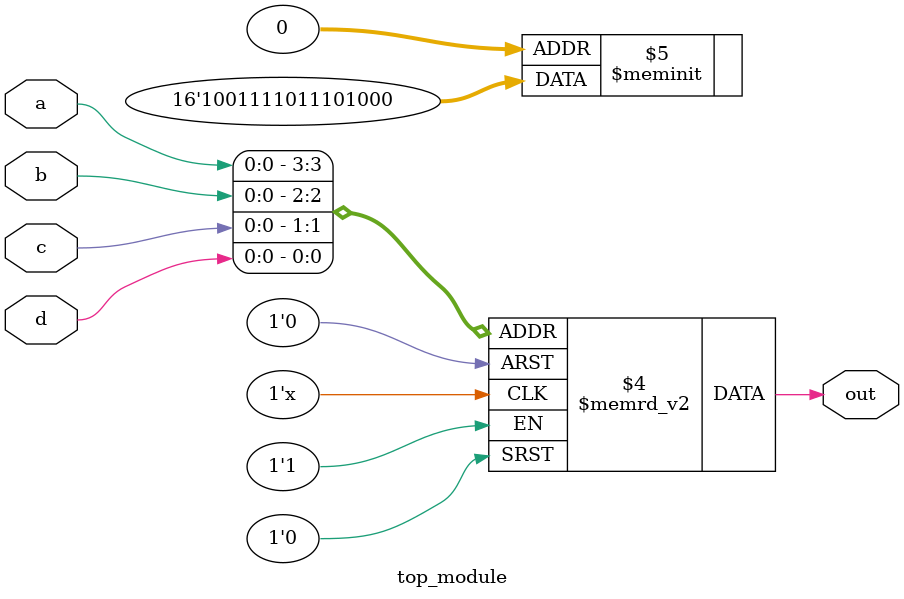
<source format=sv>
module top_module (
    input a, 
    input b,
    input c,
    input d,
    output reg out
);

always @(*) begin
    case ({a, b, c, d})
        4'b0000: out = 0;
        4'b0001: out = 0;
        4'b0010: out = 0;
        4'b0011: out = 1;
        4'b0100: out = 0;
        4'b0101: out = 1;
        4'b0110: out = 1;
        4'b0111: out = 1;
        4'b1000: out = 0;
        4'b1001: out = 1;
        4'b1010: out = 1;
        4'b1011: out = 1;
        4'b1100: out = 1;
        4'b1101: out = 0;
        4'b1110: out = 0;
        4'b1111: out = 1;
    endcase
end

endmodule

</source>
